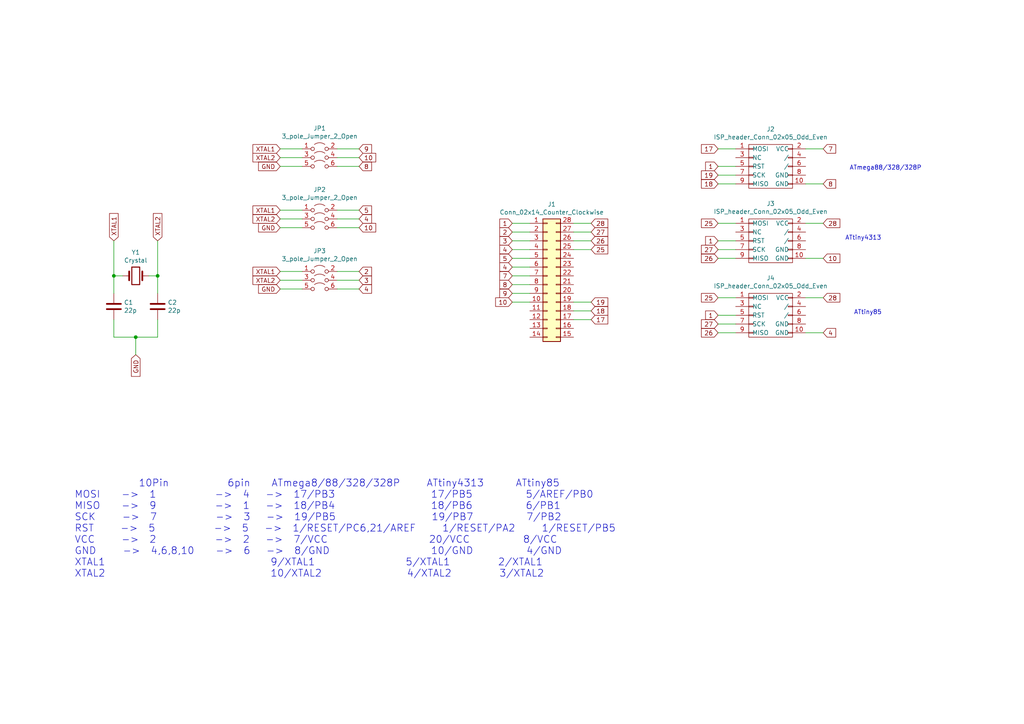
<source format=kicad_sch>
(kicad_sch (version 20211123) (generator eeschema)
  (paper "A4")
  (lib_symbols
    (symbol "Connector_Generic:Conn_02x14_Counter_Clockwise" (pin_names (offset 1.016) hide)
      (property "Reference" "J" (at 1.27 17.78 0))
      (property "Value" "Conn_02x14_Counter_Clockwise" (at 1.27 -20.32 0))
      (symbol "Conn_02x14_Counter_Clockwise_1_1"
        (rectangle (start -1.27 -17.653) (end 0 -17.907) (stroke (width 0.1524)))
        (rectangle (start -1.27 -15.113) (end 0 -15.367) (stroke (width 0.1524)))
        (rectangle (start -1.27 -12.573) (end 0 -12.827) (stroke (width 0.1524)))
        (rectangle (start -1.27 -10.033) (end 0 -10.287) (stroke (width 0.1524)))
        (rectangle (start -1.27 -7.493) (end 0 -7.747) (stroke (width 0.1524)))
        (rectangle (start -1.27 -4.953) (end 0 -5.207) (stroke (width 0.1524)))
        (rectangle (start -1.27 -2.413) (end 0 -2.667) (stroke (width 0.1524)))
        (rectangle (start -1.27 0.127) (end 0 -0.127) (stroke (width 0.1524)))
        (rectangle (start -1.27 2.667) (end 0 2.413) (stroke (width 0.1524)))
        (rectangle (start -1.27 5.207) (end 0 4.953) (stroke (width 0.1524)))
        (rectangle (start -1.27 7.747) (end 0 7.493) (stroke (width 0.1524)))
        (rectangle (start -1.27 10.287) (end 0 10.033) (stroke (width 0.1524)))
        (rectangle (start -1.27 12.827) (end 0 12.573) (stroke (width 0.1524)))
        (rectangle (start -1.27 15.367) (end 0 15.113) (stroke (width 0.1524)))
        (rectangle (start -1.27 16.51) (end 3.81 -19.05) (stroke (width 0.254)) (fill (type background)))
        (rectangle (start 3.81 -17.653) (end 2.54 -17.907) (stroke (width 0.1524)))
        (rectangle (start 3.81 -15.113) (end 2.54 -15.367) (stroke (width 0.1524)))
        (rectangle (start 3.81 -12.573) (end 2.54 -12.827) (stroke (width 0.1524)))
        (rectangle (start 3.81 -10.033) (end 2.54 -10.287) (stroke (width 0.1524)))
        (rectangle (start 3.81 -7.493) (end 2.54 -7.747) (stroke (width 0.1524)))
        (rectangle (start 3.81 -4.953) (end 2.54 -5.207) (stroke (width 0.1524)))
        (rectangle (start 3.81 -2.413) (end 2.54 -2.667) (stroke (width 0.1524)))
        (rectangle (start 3.81 0.127) (end 2.54 -0.127) (stroke (width 0.1524)))
        (rectangle (start 3.81 2.667) (end 2.54 2.413) (stroke (width 0.1524)))
        (rectangle (start 3.81 5.207) (end 2.54 4.953) (stroke (width 0.1524)))
        (rectangle (start 3.81 7.747) (end 2.54 7.493) (stroke (width 0.1524)))
        (rectangle (start 3.81 10.287) (end 2.54 10.033) (stroke (width 0.1524)))
        (rectangle (start 3.81 12.827) (end 2.54 12.573) (stroke (width 0.1524)))
        (rectangle (start 3.81 15.367) (end 2.54 15.113) (stroke (width 0.1524)))
        (pin passive line (at -5.08 15.24 0) (length 3.81) (name "Pin_1") (number "1"))
        (pin passive line (at -5.08 -7.62 0) (length 3.81) (name "Pin_10") (number "10"))
        (pin passive line (at -5.08 -10.16 0) (length 3.81) (name "Pin_11") (number "11"))
        (pin passive line (at -5.08 -12.7 0) (length 3.81) (name "Pin_12") (number "12"))
        (pin passive line (at -5.08 -15.24 0) (length 3.81) (name "Pin_13") (number "13"))
        (pin passive line (at -5.08 -17.78 0) (length 3.81) (name "Pin_14") (number "14"))
        (pin passive line (at 7.62 -17.78 180) (length 3.81) (name "Pin_15") (number "15"))
        (pin passive line (at 7.62 -15.24 180) (length 3.81) (name "Pin_16") (number "16"))
        (pin passive line (at 7.62 -12.7 180) (length 3.81) (name "Pin_17") (number "17"))
        (pin passive line (at 7.62 -10.16 180) (length 3.81) (name "Pin_18") (number "18"))
        (pin passive line (at 7.62 -7.62 180) (length 3.81) (name "Pin_19") (number "19"))
        (pin passive line (at -5.08 12.7 0) (length 3.81) (name "Pin_2") (number "2"))
        (pin passive line (at 7.62 -5.08 180) (length 3.81) (name "Pin_20") (number "20"))
        (pin passive line (at 7.62 -2.54 180) (length 3.81) (name "Pin_21") (number "21"))
        (pin passive line (at 7.62 0 180) (length 3.81) (name "Pin_22") (number "22"))
        (pin passive line (at 7.62 2.54 180) (length 3.81) (name "Pin_23") (number "23"))
        (pin passive line (at 7.62 5.08 180) (length 3.81) (name "Pin_24") (number "24"))
        (pin passive line (at 7.62 7.62 180) (length 3.81) (name "Pin_25") (number "25"))
        (pin passive line (at 7.62 10.16 180) (length 3.81) (name "Pin_26") (number "26"))
        (pin passive line (at 7.62 12.7 180) (length 3.81) (name "Pin_27") (number "27"))
        (pin passive line (at 7.62 15.24 180) (length 3.81) (name "Pin_28") (number "28"))
        (pin passive line (at -5.08 10.16 0) (length 3.81) (name "Pin_3") (number "3"))
        (pin passive line (at -5.08 7.62 0) (length 3.81) (name "Pin_4") (number "4"))
        (pin passive line (at -5.08 5.08 0) (length 3.81) (name "Pin_5") (number "5"))
        (pin passive line (at -5.08 2.54 0) (length 3.81) (name "Pin_6") (number "6"))
        (pin passive line (at -5.08 0 0) (length 3.81) (name "Pin_7") (number "7"))
        (pin passive line (at -5.08 -2.54 0) (length 3.81) (name "Pin_8") (number "8"))
        (pin passive line (at -5.08 -5.08 0) (length 3.81) (name "Pin_9") (number "9"))
      )
    )
    (symbol "Device:C" (pin_numbers hide) (pin_names (offset 0.254))
      (property "Reference" "C" (at 0.635 2.54 0))
      (property "Value" "C" (at 0.635 -2.54 0))
      (symbol "C_0_1"
        (polyline (pts (xy -2.032 -0.762) (xy 2.032 -0.762)) (stroke (width 0.508)))
        (polyline (pts (xy -2.032 0.762) (xy 2.032 0.762)) (stroke (width 0.508)))
      )
      (symbol "C_1_1"
        (pin passive line (at 0 3.81 270) (length 2.794) (name "~") (number "1"))
        (pin passive line (at 0 -3.81 90) (length 2.794) (name "~") (number "2"))
      )
    )
    (symbol "Device:Crystal" (pin_numbers hide) (pin_names (offset 1.016) hide)
      (property "Reference" "Y" (at 0 3.81 0))
      (property "Value" "Crystal" (at 0 -3.81 0))
      (symbol "Crystal_0_1"
        (rectangle (start -1.143 2.54) (end 1.143 -2.54) (stroke (width 0.3048)))
        (polyline (pts (xy -2.54 0) (xy -1.905 0)))
        (polyline (pts (xy -1.905 -1.27) (xy -1.905 1.27)) (stroke (width 0.508)))
        (polyline (pts (xy 1.905 -1.27) (xy 1.905 1.27)) (stroke (width 0.508)))
        (polyline (pts (xy 2.54 0) (xy 1.905 0)))
      )
      (symbol "Crystal_1_1"
        (pin passive line (at -3.81 0 0) (length 1.27) (name "1") (number "1"))
        (pin passive line (at 3.81 0 180) (length 1.27) (name "2") (number "2"))
      )
    )
    (symbol "My_Parts:3_pole_Jumper_2_Open" (pin_names (offset 0) hide)
      (property "Reference" "JP" (at 0 2.794 0))
      (property "Value" "3_pole_Jumper_2_Open" (at 0.635 -8.001 0))
      (symbol "3_pole_Jumper_2_Open_0_0"
        (circle (center -2.032 0) (radius 0.508))
        (circle (center 2.032 0) (radius 0.508))
      )
      (symbol "3_pole_Jumper_2_Open_0_1"
        (arc (start 1.524 1.27) (mid 0 1.778) (end -1.524 1.27))
      )
      (symbol "3_pole_Jumper_2_Open_1_1"
        (circle (center -2.032 -5.08) (radius 0.508))
        (circle (center -2.032 -2.54) (radius 0.508))
        (arc (start 1.524 -3.81) (mid 0 -3.302) (end -1.524 -3.81))
        (arc (start 1.524 -1.27) (mid 0 -0.762) (end -1.524 -1.27))
        (circle (center 2.032 -5.08) (radius 0.508))
        (circle (center 2.032 -2.54) (radius 0.508))
        (pin passive line (at -5.08 0 0) (length 2.54) (name "A") (number "1"))
        (pin passive line (at 5.08 0 180) (length 2.54) (name "B") (number "2"))
        (pin passive line (at -5.08 -2.54 0) (length 2.54) (name "3") (number "3"))
        (pin passive line (at 5.08 -2.54 180) (length 2.54) (name "4") (number "4"))
        (pin passive line (at -5.08 -5.08 0) (length 2.54) (name "5") (number "5"))
        (pin passive line (at 5.08 -5.08 180) (length 2.54) (name "6") (number "6"))
      )
    )
    (symbol "My_Parts:ISP_header_Conn_02x05_Odd_Even" (pin_names (offset 1.016))
      (property "Reference" "J" (at 1.27 7.62 0))
      (property "Value" "ISP_header_Conn_02x05_Odd_Even" (at 6.985 -7.62 0))
      (symbol "ISP_header_Conn_02x05_Odd_Even_0_1"
        (polyline (pts (xy -1.27 6.35) (xy -1.27 -6.35) (xy 11.43 -6.35) (xy 11.43 6.35) (xy -1.27 6.35)))
      )
      (symbol "ISP_header_Conn_02x05_Odd_Even_1_1"
        (rectangle (start -1.27 -4.953) (end 0 -5.207) (stroke (width 0.1524)))
        (rectangle (start -1.27 -2.413) (end 0 -2.667) (stroke (width 0.1524)))
        (rectangle (start -1.27 0.127) (end 0 -0.127) (stroke (width 0.1524)))
        (rectangle (start -1.27 2.667) (end 0 2.413) (stroke (width 0.1524)))
        (rectangle (start -1.27 5.207) (end 0 4.953) (stroke (width 0.1524)))
        (rectangle (start 11.43 -4.953) (end 10.16 -5.207) (stroke (width 0.1524)))
        (rectangle (start 11.43 -2.413) (end 10.16 -2.667) (stroke (width 0.1524)))
        (rectangle (start 11.43 0.127) (end 10.16 -0.127) (stroke (width 0.1524)))
        (rectangle (start 11.43 2.667) (end 10.16 2.413) (stroke (width 0.1524)))
        (rectangle (start 11.43 5.207) (end 10.16 4.953) (stroke (width 0.1524)))
        (pin passive line (at -5.08 5.08 0) (length 3.81) (name "MOSI") (number "1"))
        (pin passive line (at 15.24 -5.08 180) (length 3.81) (name "GND") (number "10"))
        (pin passive line (at 15.24 5.08 180) (length 3.81) (name "VCC") (number "2"))
        (pin passive line (at -5.08 2.54 0) (length 3.81) (name "NC") (number "3"))
        (pin passive line (at 15.24 2.54 180) (length 3.81) (name "/") (number "4"))
        (pin passive line (at -5.08 0 0) (length 3.81) (name "RST") (number "5"))
        (pin passive line (at 15.24 0 180) (length 3.81) (name "/") (number "6"))
        (pin passive line (at -5.08 -2.54 0) (length 3.81) (name "SCK") (number "7"))
        (pin passive line (at 15.24 -2.54 180) (length 3.81) (name "GND") (number "8"))
        (pin passive line (at -5.08 -5.08 0) (length 3.81) (name "MISO") (number "9"))
      )
    )
  )
  (junction (at 33.02 80.01))
  (junction (at 45.72 80.01))
  (junction (at 39.37 97.79))
  (wire (pts (xy 43.18 80.01) (xy 45.72 80.01)))
  (wire (pts (xy 213.36 96.52) (xy 208.28 96.52)))
  (wire (pts (xy 213.36 86.36) (xy 208.28 86.36)))
  (wire (pts (xy 104.14 48.26) (xy 97.79 48.26)))
  (wire (pts (xy 213.36 69.85) (xy 208.28 69.85)))
  (wire (pts (xy 87.63 66.04) (xy 81.28 66.04)))
  (wire (pts (xy 153.67 64.77) (xy 148.59 64.77)))
  (wire (pts (xy 171.45 67.31) (xy 166.37 67.31)))
  (wire (pts (xy 87.63 78.74) (xy 81.28 78.74)))
  (wire (pts (xy 171.45 90.17) (xy 166.37 90.17)))
  (wire (pts (xy 39.37 97.79) (xy 45.72 97.79)))
  (wire (pts (xy 153.67 82.55) (xy 148.59 82.55)))
  (wire (pts (xy 238.76 43.18) (xy 233.68 43.18)))
  (wire (pts (xy 45.72 69.85) (xy 45.72 80.01)))
  (wire (pts (xy 213.36 91.44) (xy 208.28 91.44)))
  (wire (pts (xy 213.36 50.8) (xy 208.28 50.8)))
  (wire (pts (xy 171.45 69.85) (xy 166.37 69.85)))
  (wire (pts (xy 213.36 43.18) (xy 208.28 43.18)))
  (wire (pts (xy 171.45 92.71) (xy 166.37 92.71)))
  (wire (pts (xy 97.79 83.82) (xy 104.14 83.82)))
  (wire (pts (xy 45.72 97.79) (xy 45.72 92.71)))
  (wire (pts (xy 233.68 96.52) (xy 238.76 96.52)))
  (wire (pts (xy 33.02 80.01) (xy 33.02 69.85)))
  (wire (pts (xy 81.28 81.28) (xy 87.63 81.28)))
  (wire (pts (xy 153.67 74.93) (xy 148.59 74.93)))
  (wire (pts (xy 97.79 78.74) (xy 104.14 78.74)))
  (wire (pts (xy 153.67 67.31) (xy 148.59 67.31)))
  (wire (pts (xy 104.14 43.18) (xy 97.79 43.18)))
  (wire (pts (xy 87.63 60.96) (xy 81.28 60.96)))
  (wire (pts (xy 104.14 63.5) (xy 97.79 63.5)))
  (wire (pts (xy 87.63 45.72) (xy 81.28 45.72)))
  (wire (pts (xy 208.28 64.77) (xy 213.36 64.77)))
  (wire (pts (xy 171.45 87.63) (xy 166.37 87.63)))
  (wire (pts (xy 87.63 48.26) (xy 81.28 48.26)))
  (wire (pts (xy 33.02 85.09) (xy 33.02 80.01)))
  (wire (pts (xy 153.67 77.47) (xy 148.59 77.47)))
  (wire (pts (xy 208.28 72.39) (xy 213.36 72.39)))
  (wire (pts (xy 166.37 64.77) (xy 171.45 64.77)))
  (wire (pts (xy 213.36 74.93) (xy 208.28 74.93)))
  (wire (pts (xy 153.67 72.39) (xy 148.59 72.39)))
  (wire (pts (xy 33.02 97.79) (xy 39.37 97.79)))
  (wire (pts (xy 233.68 86.36) (xy 238.76 86.36)))
  (wire (pts (xy 153.67 87.63) (xy 148.59 87.63)))
  (wire (pts (xy 171.45 72.39) (xy 166.37 72.39)))
  (wire (pts (xy 104.14 45.72) (xy 97.79 45.72)))
  (wire (pts (xy 39.37 97.79) (xy 39.37 102.87)))
  (wire (pts (xy 104.14 81.28) (xy 97.79 81.28)))
  (wire (pts (xy 33.02 80.01) (xy 35.56 80.01)))
  (wire (pts (xy 238.76 64.77) (xy 233.68 64.77)))
  (wire (pts (xy 233.68 74.93) (xy 238.76 74.93)))
  (wire (pts (xy 33.02 92.71) (xy 33.02 97.79)))
  (wire (pts (xy 45.72 80.01) (xy 45.72 85.09)))
  (wire (pts (xy 87.63 43.18) (xy 81.28 43.18)))
  (wire (pts (xy 87.63 83.82) (xy 81.28 83.82)))
  (wire (pts (xy 153.67 69.85) (xy 148.59 69.85)))
  (wire (pts (xy 233.68 53.34) (xy 238.76 53.34)))
  (wire (pts (xy 153.67 85.09) (xy 148.59 85.09)))
  (wire (pts (xy 208.28 93.98) (xy 213.36 93.98)))
  (wire (pts (xy 153.67 80.01) (xy 148.59 80.01)))
  (wire (pts (xy 81.28 63.5) (xy 87.63 63.5)))
  (wire (pts (xy 104.14 60.96) (xy 97.79 60.96)))
  (wire (pts (xy 104.14 66.04) (xy 97.79 66.04)))
  (wire (pts (xy 213.36 53.34) (xy 208.28 53.34)))
  (wire (pts (xy 213.36 48.26) (xy 208.28 48.26)))
  (text "ATtiny4313" (at 245.11 69.85 0) (effects (font (size 1.27 1.27)) (justify left bottom)))
  (text "ATmega88/328/328P" (at 246.38 49.53 0) (effects (font (size 1.27 1.27)) (justify left bottom)))
  (text "ATtiny85" (at 247.65 91.44 0) (effects (font (size 1.27 1.27)) (justify left bottom)))
  (text "            10Pin           6pin    ATmega8/88/328/328P     ATtiny4313      ATtiny85  \nMOSI    ->  1           ->  4   ->  17/PB3                  17/PB5          5/AREF/PB0  \nMISO    ->  9           ->  1   ->  18/PB4                  18/PB6          6/PB1  \nSCK     ->  7           ->  3   ->  19/PB5                  19/PB7          7/PB2  \nRST     ->  5           ->  5   ->  1/RESET/PC6,21/AREF     1/RESET/PA2     1/RESET/PB5  \nVCC     ->  2           ->  2   ->  7/VCC                   20/VCC          8/VCC  \nGND     ->  4,6,8,10    ->  6   ->  8/GND                   10/GND          4/GND  \nXTAL1                               9/XTAL1                 5/XTAL1         2/XTAL1\nXTAL2                               10/XTAL2                4/XTAL2         3/XTAL2" (at 21.59 167.64 0) (effects (font (size 2.032 2.032)) (justify left bottom)))
  (global_label "28" (shape input) (at 238.76 86.36 0) (property "Intersheet References" "${INTERSHEET_REFS}" (effects hide)))
  (global_label "4" (shape input) (at 238.76 96.52 0) (property "Intersheet References" "${INTERSHEET_REFS}" (effects hide)))
  (global_label "XTAL2" (shape input) (at 81.28 45.72 180) (property "Intersheet References" "${INTERSHEET_REFS}" (effects hide)))
  (global_label "27" (shape input) (at 171.45 67.31 0) (property "Intersheet References" "${INTERSHEET_REFS}" (effects hide)))
  (global_label "4" (shape input) (at 148.59 77.47 180) (property "Intersheet References" "${INTERSHEET_REFS}" (effects hide)))
  (global_label "XTAL1" (shape input) (at 81.28 43.18 180) (property "Intersheet References" "${INTERSHEET_REFS}" (effects hide)))
  (global_label "10" (shape input) (at 238.76 74.93 0) (property "Intersheet References" "${INTERSHEET_REFS}" (effects hide)))
  (global_label "4" (shape input) (at 104.14 63.5 0) (property "Intersheet References" "${INTERSHEET_REFS}" (effects hide)))
  (global_label "9" (shape input) (at 148.59 85.09 180) (property "Intersheet References" "${INTERSHEET_REFS}" (effects hide)))
  (global_label "25" (shape input) (at 208.28 64.77 180) (property "Intersheet References" "${INTERSHEET_REFS}" (effects hide)))
  (global_label "10" (shape input) (at 104.14 66.04 0) (property "Intersheet References" "${INTERSHEET_REFS}" (effects hide)))
  (global_label "8" (shape input) (at 238.76 53.34 0) (property "Intersheet References" "${INTERSHEET_REFS}" (effects hide)))
  (global_label "XTAL1" (shape input) (at 33.02 69.85 90) (property "Intersheet References" "${INTERSHEET_REFS}" (effects hide)))
  (global_label "GND" (shape input) (at 81.28 48.26 180) (property "Intersheet References" "${INTERSHEET_REFS}" (effects hide)))
  (global_label "10" (shape input) (at 104.14 45.72 0) (property "Intersheet References" "${INTERSHEET_REFS}" (effects hide)))
  (global_label "28" (shape input) (at 238.76 64.77 0) (property "Intersheet References" "${INTERSHEET_REFS}" (effects hide)))
  (global_label "GND" (shape input) (at 39.37 102.87 270) (property "Intersheet References" "${INTERSHEET_REFS}" (effects hide)))
  (global_label "XTAL1" (shape input) (at 81.28 60.96 180) (property "Intersheet References" "${INTERSHEET_REFS}" (effects hide)))
  (global_label "GND" (shape input) (at 81.28 83.82 180) (property "Intersheet References" "${INTERSHEET_REFS}" (effects hide)))
  (global_label "3" (shape input) (at 104.14 81.28 0) (property "Intersheet References" "${INTERSHEET_REFS}" (effects hide)))
  (global_label "1" (shape input) (at 148.59 64.77 180) (property "Intersheet References" "${INTERSHEET_REFS}" (effects hide)))
  (global_label "18" (shape input) (at 208.28 53.34 180) (property "Intersheet References" "${INTERSHEET_REFS}" (effects hide)))
  (global_label "XTAL2" (shape input) (at 81.28 81.28 180) (property "Intersheet References" "${INTERSHEET_REFS}" (effects hide)))
  (global_label "XTAL2" (shape input) (at 45.72 69.85 90) (property "Intersheet References" "${INTERSHEET_REFS}" (effects hide)))
  (global_label "8" (shape input) (at 148.59 82.55 180) (property "Intersheet References" "${INTERSHEET_REFS}" (effects hide)))
  (global_label "19" (shape input) (at 171.45 87.63 0) (property "Intersheet References" "${INTERSHEET_REFS}" (effects hide)))
  (global_label "26" (shape input) (at 208.28 74.93 180) (property "Intersheet References" "${INTERSHEET_REFS}" (effects hide)))
  (global_label "26" (shape input) (at 171.45 69.85 0) (property "Intersheet References" "${INTERSHEET_REFS}" (effects hide)))
  (global_label "1" (shape input) (at 208.28 48.26 180) (property "Intersheet References" "${INTERSHEET_REFS}" (effects hide)))
  (global_label "7" (shape input) (at 238.76 43.18 0) (property "Intersheet References" "${INTERSHEET_REFS}" (effects hide)))
  (global_label "1" (shape input) (at 208.28 69.85 180) (property "Intersheet References" "${INTERSHEET_REFS}" (effects hide)))
  (global_label "27" (shape input) (at 208.28 72.39 180) (property "Intersheet References" "${INTERSHEET_REFS}" (effects hide)))
  (global_label "1" (shape input) (at 208.28 91.44 180) (property "Intersheet References" "${INTERSHEET_REFS}" (effects hide)))
  (global_label "2" (shape input) (at 104.14 78.74 0) (property "Intersheet References" "${INTERSHEET_REFS}" (effects hide)))
  (global_label "5" (shape input) (at 148.59 74.93 180) (property "Intersheet References" "${INTERSHEET_REFS}" (effects hide)))
  (global_label "4" (shape input) (at 148.59 72.39 180) (property "Intersheet References" "${INTERSHEET_REFS}" (effects hide)))
  (global_label "25" (shape input) (at 171.45 72.39 0) (property "Intersheet References" "${INTERSHEET_REFS}" (effects hide)))
  (global_label "10" (shape input) (at 148.59 87.63 180) (property "Intersheet References" "${INTERSHEET_REFS}" (effects hide)))
  (global_label "26" (shape input) (at 208.28 96.52 180) (property "Intersheet References" "${INTERSHEET_REFS}" (effects hide)))
  (global_label "3" (shape input) (at 148.59 69.85 180) (property "Intersheet References" "${INTERSHEET_REFS}" (effects hide)))
  (global_label "XTAL2" (shape input) (at 81.28 63.5 180) (property "Intersheet References" "${INTERSHEET_REFS}" (effects hide)))
  (global_label "18" (shape input) (at 171.45 90.17 0) (property "Intersheet References" "${INTERSHEET_REFS}" (effects hide)))
  (global_label "7" (shape input) (at 148.59 80.01 180) (property "Intersheet References" "${INTERSHEET_REFS}" (effects hide)))
  (global_label "9" (shape input) (at 104.14 43.18 0) (property "Intersheet References" "${INTERSHEET_REFS}" (effects hide)))
  (global_label "2" (shape input) (at 148.59 67.31 180) (property "Intersheet References" "${INTERSHEET_REFS}" (effects hide)))
  (global_label "XTAL1" (shape input) (at 81.28 78.74 180) (property "Intersheet References" "${INTERSHEET_REFS}" (effects hide)))
  (global_label "8" (shape input) (at 104.14 48.26 0) (property "Intersheet References" "${INTERSHEET_REFS}" (effects hide)))
  (global_label "28" (shape input) (at 171.45 64.77 0) (property "Intersheet References" "${INTERSHEET_REFS}" (effects hide)))
  (global_label "5" (shape input) (at 104.14 60.96 0) (property "Intersheet References" "${INTERSHEET_REFS}" (effects hide)))
  (global_label "GND" (shape input) (at 81.28 66.04 180) (property "Intersheet References" "${INTERSHEET_REFS}" (effects hide)))
  (global_label "17" (shape input) (at 208.28 43.18 180) (property "Intersheet References" "${INTERSHEET_REFS}" (effects hide)))
  (global_label "4" (shape input) (at 104.14 83.82 0) (property "Intersheet References" "${INTERSHEET_REFS}" (effects hide)))
  (global_label "19" (shape input) (at 208.28 50.8 180) (property "Intersheet References" "${INTERSHEET_REFS}" (effects hide)))
  (global_label "17" (shape input) (at 171.45 92.71 0) (property "Intersheet References" "${INTERSHEET_REFS}" (effects hide)))
  (global_label "25" (shape input) (at 208.28 86.36 180) (property "Intersheet References" "${INTERSHEET_REFS}" (effects hide)))
  (global_label "27" (shape input) (at 208.28 93.98 180) (property "Intersheet References" "${INTERSHEET_REFS}" (effects hide)))
  (symbol (lib_id "My_Parts:3_pole_Jumper_2_Open") (at 92.71 43.18 0) (unit 1)
    (property "Reference" "JP1" (at 92.71 37.211 0))
    (property "Value" "3_pole_Jumper_2_Open" (at 92.71 39.5224 0))
    (property "Footprint" "My_Parts:3-pole_jumper_2x03_P2.54mm_Vertical" (effects hide))
  )
  (symbol (lib_id "Device:Crystal") (at 39.37 80.01 0) (unit 1)
    (property "Reference" "Y1" (at 39.37 73.2028 0))
    (property "Value" "Crystal" (at 39.37 75.5142 0))
    (property "Footprint" "My_Headers:3-pin_Crystal_header_large" (effects hide))
  )
  (symbol (lib_id "Device:C") (at 33.02 88.9 0) (unit 1)
    (property "Reference" "C1" (at 35.941 87.7316 0) (effects (justify left)))
    (property "Value" "22p" (at 35.941 90.043 0) (effects (justify left)))
    (property "Footprint" "My_Misc:C_Disc_D3.0mm_W1.6mm_P2.50mm_larg" (effects hide))
  )
  (symbol (lib_id "Device:C") (at 45.72 88.9 0) (unit 1)
    (property "Reference" "C2" (at 48.641 87.7316 0) (effects (justify left)))
    (property "Value" "22p" (at 48.641 90.043 0) (effects (justify left)))
    (property "Footprint" "My_Misc:C_Disc_D3.0mm_W1.6mm_P2.50mm_larg" (effects hide))
  )
  (symbol (lib_id "My_Parts:3_pole_Jumper_2_Open") (at 92.71 60.96 0) (unit 1)
    (property "Reference" "JP2" (at 92.71 54.991 0))
    (property "Value" "3_pole_Jumper_2_Open" (at 92.71 57.3024 0))
    (property "Footprint" "My_Parts:3-pole_jumper_2x03_P2.54mm_Vertical" (effects hide))
  )
  (symbol (lib_id "My_Parts:3_pole_Jumper_2_Open") (at 92.71 78.74 0) (unit 1)
    (property "Reference" "JP3" (at 92.71 72.771 0))
    (property "Value" "3_pole_Jumper_2_Open" (at 92.71 75.0824 0))
    (property "Footprint" "My_Parts:3-pole_jumper_2x03_P2.54mm_Vertical" (effects hide))
  )
  (symbol (lib_id "Connector_Generic:Conn_02x14_Counter_Clockwise") (at 158.75 80.01 0) (unit 1)
    (property "Reference" "J1" (at 160.02 59.2582 0))
    (property "Value" "Conn_02x14_Counter_Clockwise" (at 160.02 61.5696 0))
    (property "Footprint" "My_Misc:ZIF_DIP_Socket-28_W6.9_W7.62_W7.62_W12.7_W13.5_large" (effects hide))
  )
  (symbol (lib_id "My_Parts:ISP_header_Conn_02x05_Odd_Even") (at 218.44 48.26 0) (unit 1)
    (property "Reference" "J2" (at 223.52 37.465 0))
    (property "Value" "ISP_header_Conn_02x05_Odd_Even" (at 223.52 39.7764 0))
    (property "Footprint" "My_Misc:IDC-Header_2x05_P2.54mm_Vertical_large" (effects hide))
  )
  (symbol (lib_id "My_Parts:ISP_header_Conn_02x05_Odd_Even") (at 218.44 69.85 0) (unit 1)
    (property "Reference" "J3" (at 223.52 59.055 0))
    (property "Value" "ISP_header_Conn_02x05_Odd_Even" (at 223.52 61.3664 0))
    (property "Footprint" "My_Misc:IDC-Header_2x05_P2.54mm_Vertical_large" (effects hide))
  )
  (symbol (lib_id "My_Parts:ISP_header_Conn_02x05_Odd_Even") (at 218.44 91.44 0) (unit 1)
    (property "Reference" "J4" (at 223.52 80.645 0))
    (property "Value" "ISP_header_Conn_02x05_Odd_Even" (at 223.52 82.9564 0))
    (property "Footprint" "My_Misc:IDC-Header_2x05_P2.54mm_Vertical_large" (effects hide))
  )
)
</source>
